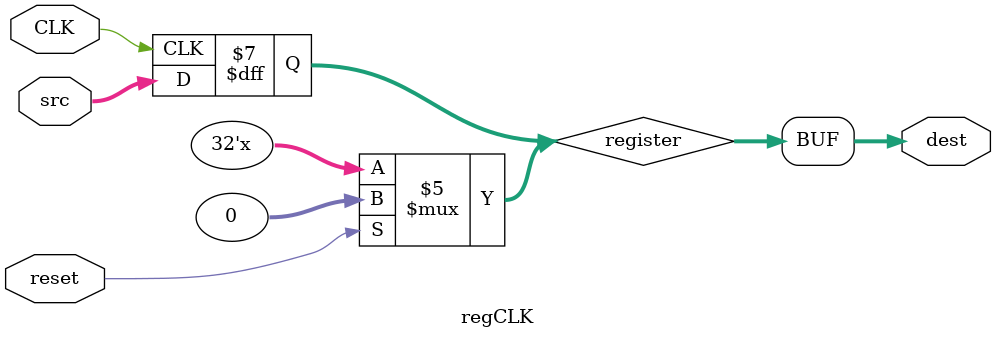
<source format=v>
module regCLK (
    input CLK,
    input reset,
    input [31:0] src,

    output [31:0] dest
);

reg [31:0] register;

assign dest = register;

always @ (posedge CLK)
    register = src;

always @ (*)
    if (reset == 1)
        register = 0;

    
endmodule
</source>
